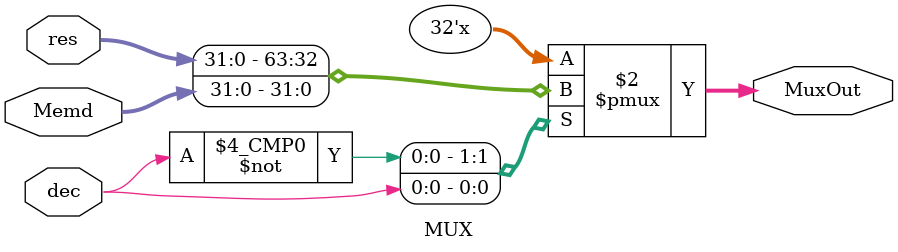
<source format=v>
module MUX(
    input [31:0]Memd,
    input [31:0]res,
    input dec,
    output reg[31:0]MuxOut
);
always @* 
begin
    case (dec)
        1'b0:
        begin
          MuxOut <= res;
        end
        1'b1:
        begin
          MuxOut <= Memd;
        end
    endcase
end
endmodule

</source>
